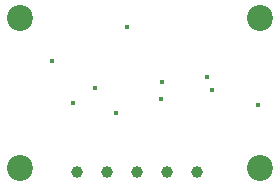
<source format=gbr>
%TF.GenerationSoftware,KiCad,Pcbnew,5.1.5+dfsg1-2~bpo10+1*%
%TF.CreationDate,Date%
%TF.ProjectId,Gesture Sensor,47657374-7572-4652-9053-656e736f722e,rev?*%
%TF.SameCoordinates,Original*%
%TF.FileFunction,Plated,1,2,PTH,Drill*%
%TF.FilePolarity,Positive*%
%FSLAX46Y46*%
G04 Gerber Fmt 4.6, Leading zero omitted, Abs format (unit mm)*
G04 Created by KiCad*
%MOMM*%
%LPD*%
G04 APERTURE LIST*
%TA.AperFunction,ViaDrill*%
%ADD10C,0.400000*%
%TD*%
%TA.AperFunction,ComponentDrill*%
%ADD11C,1.000000*%
%TD*%
%TA.AperFunction,ComponentDrill*%
%ADD12C,2.200000*%
%TD*%
G04 APERTURE END LIST*
D10*
X136093200Y-51892200D03*
X137845800Y-55473600D03*
X139725400Y-54178200D03*
X141528800Y-56311800D03*
X142417800Y-49072800D03*
X145313400Y-55118000D03*
X145389600Y-53695600D03*
X149225000Y-53314600D03*
X149631400Y-54406800D03*
X153543000Y-55651400D03*
D11*
%TO.C,J1*%
X138190000Y-61310000D03*
X140730000Y-61310000D03*
X143270000Y-61310000D03*
X145810000Y-61310000D03*
X148350000Y-61310000D03*
D12*
%TO.C,H4*%
X133350000Y-60960000D03*
%TO.C,H1*%
X153670000Y-48260000D03*
%TO.C,H2*%
X153670000Y-60960000D03*
%TO.C,H3*%
X133350000Y-48260000D03*
M02*

</source>
